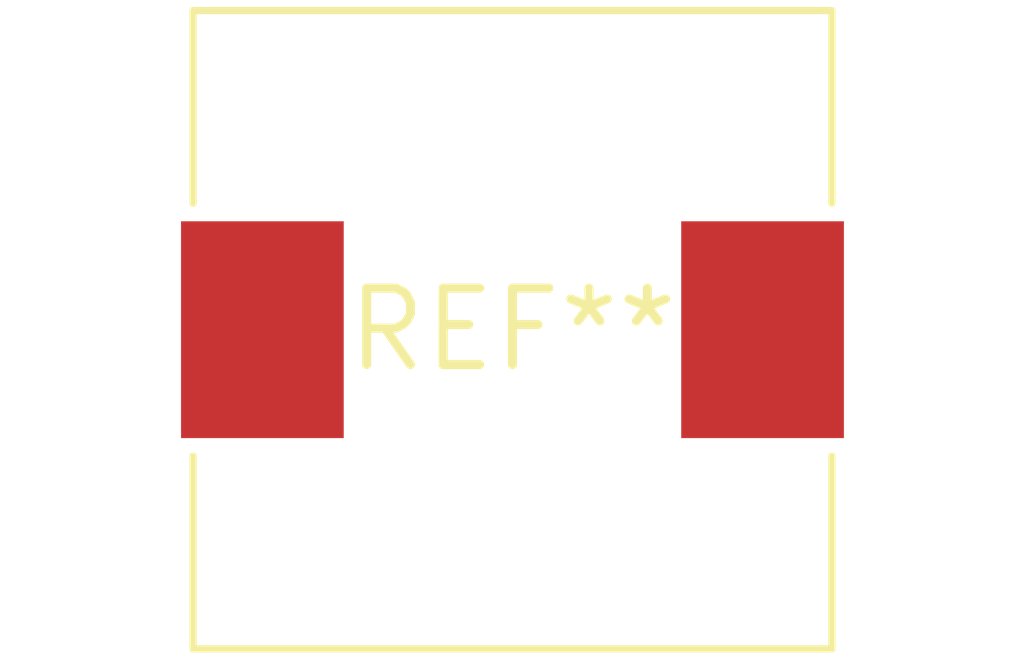
<source format=kicad_pcb>
(kicad_pcb (version 20240108) (generator pcbnew)
  (layers (0 "F.Cu" signal) (31 "B.Cu" signal) (34 "B.Paste" user) (35 "F.Paste" user) (36 "B.SilkS" user "B.Silkscreen") (37 "F.SilkS" user "F.Silkscreen") (38 "B.Mask" user) (39 "F.Mask" user) (44 "Edge.Cuts" user))
  (net 0 "")
  (footprint "L_10.4x10.4_H4.8" (layer "F.Cu") (at 0 0)
    (property "Reference" "REF**")
    (property "Value" "L_10.4x10.4_H4.8")
    (fp_line (start -5.3 -5.3) (end 5.3 -5.3) (layer "F.SilkS") (stroke (width 0.12)))
    (fp_line (start -5.3 -2.1) (end -5.3 -5.3) (layer "F.SilkS") (stroke (width 0.12)))
    (fp_line (start -5.3 5.3) (end -5.3 2.1) (layer "F.SilkS") (stroke (width 0.12)))
    (fp_line (start 5.3 -5.3) (end 5.3 -2.1) (layer "F.SilkS") (stroke (width 0.12)))
    (fp_line (start 5.3 2.1) (end 5.3 5.3) (layer "F.SilkS") (stroke (width 0.12)))
    (fp_line (start 5.3 5.3) (end -5.3 5.3) (layer "F.SilkS") (stroke (width 0.12)))
    (pad "1" smd rect (at -4.15 0) (size 2.7 3.6) (layers "F.Cu" "F.Paste" "F.Mask"))
    (pad "2" smd rect (at 4.15 0) (size 2.7 3.6) (layers "F.Cu" "F.Paste" "F.Mask"))
  )
)
</source>
